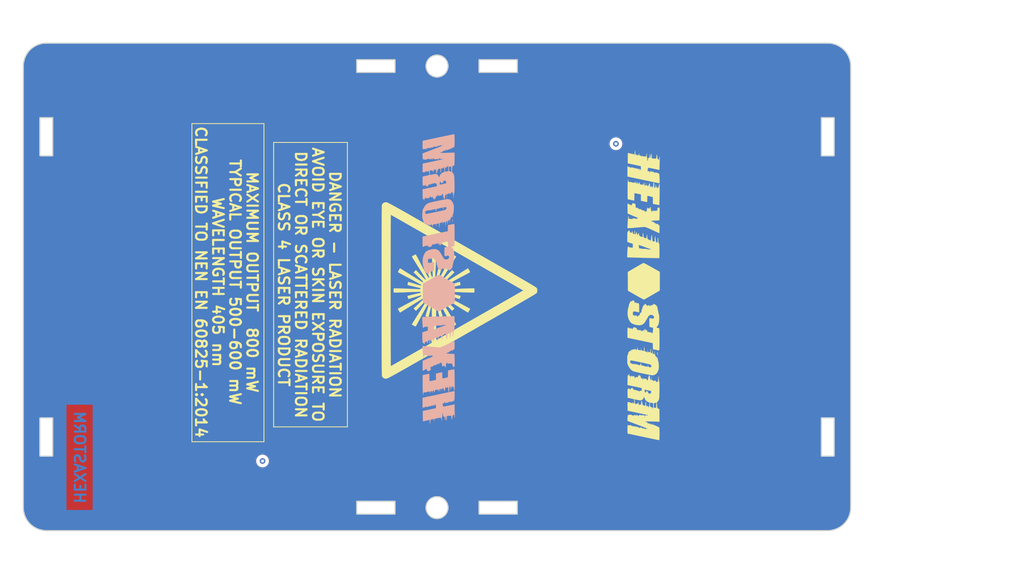
<source format=kicad_pcb>
(kicad_pcb (version 20221018) (generator pcbnew)
  (layers (0 "F.Cu" signal) (31 "B.Cu" signal) (34 "B.Paste" user) (35 "F.Paste" user) (36 "B.SilkS" user "B.Silkscreen") (37 "F.SilkS" user "F.Silkscreen") (38 "B.Mask" user) (39 "F.Mask" user) (44 "Edge.Cuts" user))
  (net 0 "")
  (footprint "footprints:hexastorm" (layer "F.Cu") (at 183.33212 105.1179 -90)
    (fp_text reference "L1" hide)
    (fp_text value "Logo_Open_Hardware_Large" hide)
  )
  (footprint "footprints:lasersafety" (layer "F.Cu") (at 157.49778 104.46004 -90)
    (fp_text reference "L3" hide)
    (fp_text value "Logo_Open_Hardware_Large" hide)
  )
  (footprint "footprints:hexastorm" (layer "B.Cu") (at 154.35072 102.87 90)
    (fp_text reference "L2" hide)
    (fp_text value "Logo_Open_Hardware_Large" hide)
  )
  (gr_line (start 129.63696 125.87704) (end 129.63696 80.85808) (stroke (width 0.12)) (layer "F.SilkS"))
  (gr_line (start 119.4541 125.8745) (end 129.6395 125.8745) (stroke (width 0.12)) (layer "F.SilkS"))
  (gr_line (start 131.0132 83.51012) (end 131.0132 123.77166) (stroke (width 0.12)) (layer "F.SilkS"))
  (gr_line (start 129.63696 80.84538) (end 119.45156 80.84538) (stroke (width 0.12)) (layer "F.SilkS"))
  (gr_line (start 119.45156 80.84538) (end 119.45156 125.87704) (stroke (width 0.12)) (layer "F.SilkS"))
  (gr_line (start 131.0132 123.76658) (end 141.43736 123.76658) (stroke (width 0.12)) (layer "F.SilkS"))
  (gr_line (start 141.43736 83.51266) (end 131.01066 83.51266) (stroke (width 0.12)) (layer "F.SilkS"))
  (gr_line (start 141.43736 123.76912) (end 141.43736 83.51266) (stroke (width 0.12)) (layer "F.SilkS"))
  (gr_line (start 208.4645 85.3995) (end 208.4645 79.9995) (stroke (width 0.16)) (layer "Edge.Cuts"))
  (gr_line (start 208.4645 127.8995) (end 208.4645 122.4995) (stroke (width 0.16)) (layer "Edge.Cuts"))
  (gr_line (start 160.0645 134.2995) (end 165.4645 134.2995) (stroke (width 0.16)) (layer "Edge.Cuts"))
  (gr_line (start 210.2645 127.8995) (end 208.4645 127.8995) (stroke (width 0.16)) (layer "Edge.Cuts"))
  (gr_circle (center 154.1145 72.6995) (end 152.5645 72.6995) (stroke (width 0.16)) (fill none) (layer "Edge.Cuts"))
  (gr_line (start 148.1645 136.0995) (end 142.7645 136.0995) (stroke (width 0.16)) (layer "Edge.Cuts"))
  (gr_line (start 148.1645 71.7995) (end 148.1645 73.5995) (stroke (width 0.16)) (layer "Edge.Cuts"))
  (gr_line (start 99.7645 122.4995) (end 99.7645 127.8995) (stroke (width 0.16)) (layer "Edge.Cuts"))
  (gr_line (start 99.7645 79.9995) (end 99.7645 85.3995) (stroke (width 0.16)) (layer "Edge.Cuts"))
  (gr_line (start 97.9645 127.8995) (end 97.9645 122.4995) (stroke (width 0.16)) (layer "Edge.Cuts"))
  (gr_arc (start 209.3645 69.4495) (mid 211.662597 70.401403) (end 212.6145 72.6995) (stroke (width 0.16)) (layer "Edge.Cuts"))
  (gr_line (start 99.7645 127.8995) (end 97.9645 127.8995) (stroke (width 0.16)) (layer "Edge.Cuts"))
  (gr_line (start 165.4645 73.5995) (end 160.0645 73.5995) (stroke (width 0.16)) (layer "Edge.Cuts"))
  (gr_line (start 160.0645 136.0995) (end 160.0645 134.2995) (stroke (width 0.16)) (layer "Edge.Cuts"))
  (gr_line (start 99.7645 85.3995) (end 97.9645 85.3995) (stroke (width 0.16)) (layer "Edge.Cuts"))
  (gr_line (start 165.4645 136.0995) (end 160.0645 136.0995) (stroke (width 0.16)) (layer "Edge.Cuts"))
  (gr_line (start 208.4645 79.9995) (end 210.2645 79.9995) (stroke (width 0.16)) (layer "Edge.Cuts"))
  (gr_line (start 160.0645 71.7995) (end 165.4645 71.7995) (stroke (width 0.16)) (layer "Edge.Cuts"))
  (gr_circle (center 154.1145 135.1995) (end 152.5645 135.1995) (stroke (width 0.16)) (fill none) (layer "Edge.Cuts"))
  (gr_line (start 210.2645 85.3995) (end 208.4645 85.3995) (stroke (width 0.16)) (layer "Edge.Cuts"))
  (gr_line (start 142.7645 134.2995) (end 148.1645 134.2995) (stroke (width 0.16)) (layer "Edge.Cuts"))
  (gr_line (start 212.6145 72.6995) (end 212.6145 135.1995) (stroke (width 0.16)) (layer "Edge.Cuts"))
  (gr_line (start 98.8645 138.4495) (end 209.3645 138.4495) (stroke (width 0.16)) (layer "Edge.Cuts"))
  (gr_line (start 95.6145 72.6995) (end 95.6145 135.1995) (stroke (width 0.16)) (layer "Edge.Cuts"))
  (gr_line (start 97.9645 85.3995) (end 97.9645 79.9995) (stroke (width 0.16)) (layer "Edge.Cuts"))
  (gr_line (start 142.7645 136.0995) (end 142.7645 134.2995) (stroke (width 0.16)) (layer "Edge.Cuts"))
  (gr_line (start 98.8645 69.4495) (end 209.3645 69.4495) (stroke (width 0.16)) (layer "Edge.Cuts"))
  (gr_line (start 210.2645 79.9995) (end 210.2645 85.3995) (stroke (width 0.16)) (layer "Edge.Cuts"))
  (gr_line (start 210.2645 122.4995) (end 210.2645 127.8995) (stroke (width 0.16)) (layer "Edge.Cuts"))
  (gr_line (start 208.4645 122.4995) (end 210.2645 122.4995) (stroke (width 0.16)) (layer "Edge.Cuts"))
  (gr_line (start 160.0645 73.5995) (end 160.0645 71.7995) (stroke (width 0.16)) (layer "Edge.Cuts"))
  (gr_line (start 142.7645 73.5995) (end 142.7645 71.7995) (stroke (width 0.16)) (layer "Edge.Cuts"))
  (gr_line (start 165.4645 134.2995) (end 165.4645 136.0995) (stroke (width 0.16)) (layer "Edge.Cuts"))
  (gr_line (start 165.4645 71.7995) (end 165.4645 73.5995) (stroke (width 0.16)) (layer "Edge.Cuts"))
  (gr_arc (start 212.6145 135.1995) (mid 211.662597 137.497597) (end 209.3645 138.4495) (stroke (width 0.16)) (layer "Edge.Cuts"))
  (gr_line (start 148.1645 134.2995) (end 148.1645 136.0995) (stroke (width 0.16)) (layer "Edge.Cuts"))
  (gr_arc (start 98.8645 138.4495) (mid 96.566403 137.497597) (end 95.6145 135.1995) (stroke (width 0.16)) (layer "Edge.Cuts"))
  (gr_line (start 142.7645 71.7995) (end 148.1645 71.7995) (stroke (width 0.16)) (layer "Edge.Cuts"))
  (gr_line (start 97.9645 122.4995) (end 99.7645 122.4995) (stroke (width 0.16)) (layer "Edge.Cuts"))
  (gr_line (start 148.1645 73.5995) (end 142.7645 73.5995) (stroke (width 0.16)) (layer "Edge.Cuts"))
  (gr_line (start 97.9645 79.9995) (end 99.7645 79.9995) (stroke (width 0.16)) (layer "Edge.Cuts"))
  (gr_arc (start 95.6145 72.6995) (mid 96.566403 70.401403) (end 98.8645 69.4495) (stroke (width 0.16)) (layer "Edge.Cuts"))
  (gr_text "HEXASTORM" (at 103.5685 81.0895 270) (layer "F.Cu") (effects (font (size 1.5 1.5) (thickness 0.3))))
  (gr_text "HEXASTORM" (at 103.5685 128.0795 270) (layer "B.Cu") (effects (font (size 1.5 1.5) (thickness 0.3)) (justify mirror)))
  (gr_text "MAXIMUM OUTPUT  800 mW\nTYPICAL OUTPUT 500-600 mW\nWAVELENGTH 405 nm\nCLASSIFIED TO NEN EN 60825-1:2014" (at 124.3436 103.27612 -90) (layer "F.SilkS") (effects (font (size 1.5 1.5) (thickness 0.3))))
  (gr_text "DANGER - LASER RADIATION\nAVOID EYE OR SKIN EXPOSURE TO\nDIRECT OR SCATTERED RADIATION\nCLASS 4 LASER PRODUCT" (at 136.05002 103.63962 -90) (layer "F.SilkS") (effects (font (size 1.5 1.5) (thickness 0.3))))
  (via (at 129.4395 128.5995) (size 0.8) (drill 0.4) (layers "F.Cu" "B.Cu") (net 0))
  (via (at 179.4145 83.6995) (size 0.8) (drill 0.4) (layers "F.Cu" "B.Cu") (net 0))
  (zone (net 0) (net_name "") (layers "F&B.Cu") (connect_pads (clearance 0.508)) (min_thickness 0.254) (fill yes (thermal_gap 0.508) (thermal_bridge_width 0.508))
    (polygon (pts (xy 215.9145 140.2495) (xy 93.3145 141.6495) (xy 92.3145 67.1495) (xy 215.9145 68.0495)))
  )
)
</source>
